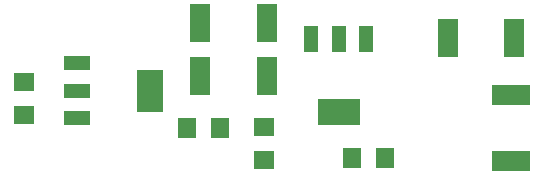
<source format=gtp>
G75*
%MOIN*%
%OFA0B0*%
%FSLAX25Y25*%
%IPPOS*%
%LPD*%
%AMOC8*
5,1,8,0,0,1.08239X$1,22.5*
%
%ADD10R,0.07087X0.06299*%
%ADD11R,0.06299X0.07087*%
%ADD12R,0.08800X0.04800*%
%ADD13R,0.08661X0.14173*%
%ADD14R,0.04800X0.08800*%
%ADD15R,0.14173X0.08661*%
%ADD16R,0.07087X0.12598*%
%ADD17R,0.12598X0.07087*%
D10*
X0129700Y0181688D03*
X0129700Y0192712D03*
X0049700Y0196688D03*
X0049700Y0207712D03*
D11*
X0104188Y0192200D03*
X0115212Y0192200D03*
X0159188Y0182200D03*
X0170212Y0182200D03*
D12*
X0067500Y0195600D03*
X0067500Y0204700D03*
X0067500Y0213800D03*
D13*
X0091901Y0204700D03*
D14*
X0145600Y0221900D03*
X0154700Y0221900D03*
X0163800Y0221900D03*
D15*
X0154700Y0197499D03*
D16*
X0130724Y0209700D03*
X0108676Y0209700D03*
X0108676Y0227200D03*
X0130724Y0227200D03*
X0191176Y0222200D03*
X0213224Y0222200D03*
D17*
X0212200Y0203224D03*
X0212200Y0181176D03*
M02*

</source>
